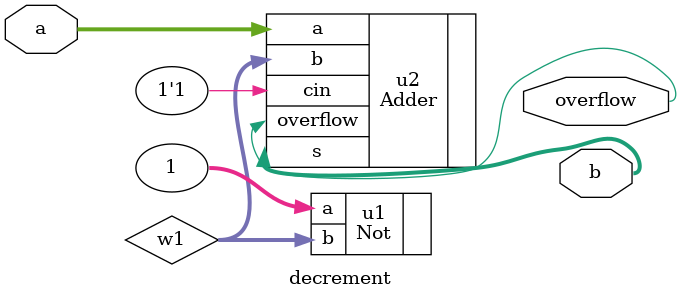
<source format=v>
module decrement(a,b,overflow);
input [31:0]a;
output [31:0]b;
output overflow;
wire [31:0]w1;
Not u1(.a(32'b00000000000000000000000000000001),.b(w1));
Adder u2(.cin(1'b1),.a(a),.b(w1),.s(b),.overflow(overflow));
endmodule

</source>
